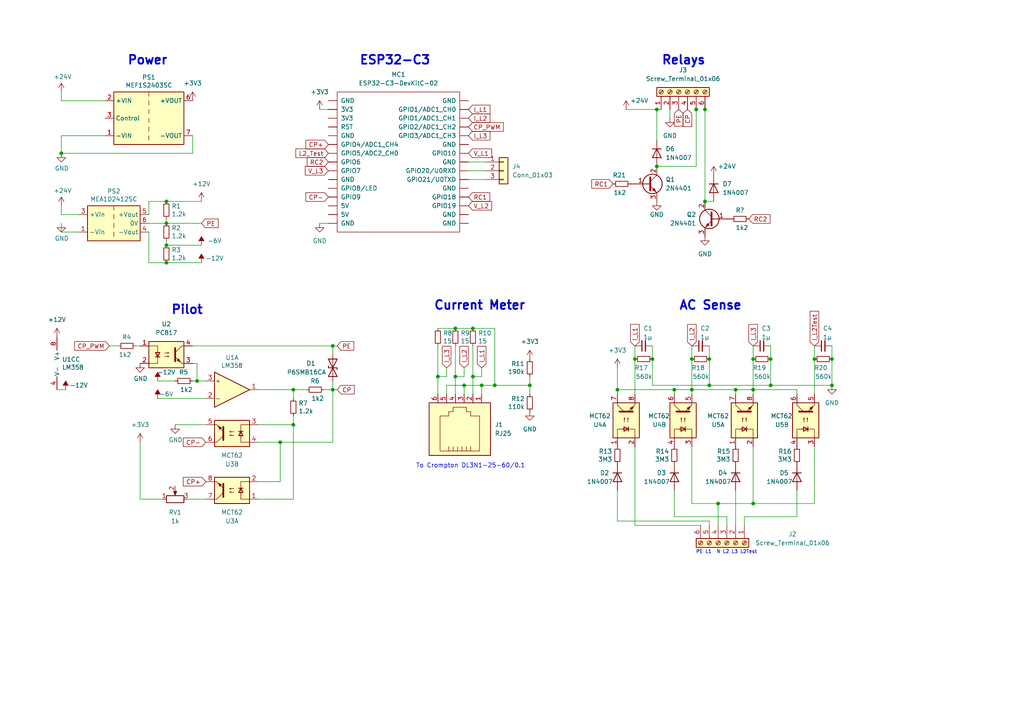
<source format=kicad_sch>
(kicad_sch (version 20211123) (generator eeschema)
  (paper "A4")
  (lib_symbols
    (symbol "Amplifier_Operational:LM358" (pin_names (offset 0.127))
      (property "Reference" "U" (at 0 5.08 0))
      (property "Value" "LM358" (at 0 -5.08 0))
      (symbol "LM358_1_1"
        (polyline (pts (xy -5.08 5.08) (xy 5.08 0) (xy -5.08 -5.08) (xy -5.08 5.08)) (stroke (width 0.254)) (fill (type background)))
        (pin output line (at 7.62 0 180) (length 2.54) (name "~") (number "1"))
        (pin input line (at -7.62 -2.54 0) (length 2.54) (name "-") (number "2"))
        (pin input line (at -7.62 2.54 0) (length 2.54) (name "+") (number "3"))
      )
      (symbol "LM358_2_1"
        (polyline (pts (xy -5.08 5.08) (xy 5.08 0) (xy -5.08 -5.08) (xy -5.08 5.08)) (stroke (width 0.254)) (fill (type background)))
        (pin input line (at -7.62 2.54 0) (length 2.54) (name "+") (number "5"))
        (pin input line (at -7.62 -2.54 0) (length 2.54) (name "-") (number "6"))
        (pin output line (at 7.62 0 180) (length 2.54) (name "~") (number "7"))
      )
      (symbol "LM358_3_1"
        (pin power_in line (at -2.54 -7.62 90) (length 3.81) (name "V-") (number "4"))
        (pin power_in line (at -2.54 7.62 270) (length 3.81) (name "V+") (number "8"))
      )
    )
    (symbol "Connector:RJ25" (pin_names (offset 1.016))
      (property "Reference" "J" (at -5.08 11.43 0))
      (property "Value" "RJ25" (at 2.54 11.43 0))
      (symbol "RJ25_0_1"
        (polyline (pts (xy -6.35 -1.905) (xy -5.08 -1.905) (xy -5.08 -1.905)))
        (polyline (pts (xy -6.35 -0.635) (xy -5.08 -0.635) (xy -5.08 -0.635)))
        (polyline (pts (xy -6.35 0.635) (xy -5.08 0.635) (xy -5.08 0.635)))
        (polyline (pts (xy -6.35 1.905) (xy -5.08 1.905) (xy -5.08 1.905)))
        (polyline (pts (xy -6.35 3.175) (xy -5.08 3.175) (xy -5.08 3.175)))
        (polyline (pts (xy -5.08 4.445) (xy -6.35 4.445) (xy -6.35 4.445)))
        (polyline (pts (xy -6.35 -4.445) (xy -6.35 6.985) (xy 3.81 6.985) (xy 3.81 4.445) (xy 5.08 4.445) (xy 5.08 3.175) (xy 6.35 3.175) (xy 6.35 -0.635) (xy 5.08 -0.635) (xy 5.08 -1.905) (xy 3.81 -1.905) (xy 3.81 -4.445) (xy -6.35 -4.445) (xy -6.35 -4.445)))
        (rectangle (start 7.62 10.16) (end -7.62 -7.62) (stroke (width 0.254)) (fill (type background)))
      )
      (symbol "RJ25_1_1"
        (pin passive line (at 10.16 -5.08 180) (length 2.54) (name "~") (number "1"))
        (pin passive line (at 10.16 -2.54 180) (length 2.54) (name "~") (number "2"))
        (pin passive line (at 10.16 0 180) (length 2.54) (name "~") (number "3"))
        (pin passive line (at 10.16 2.54 180) (length 2.54) (name "~") (number "4"))
        (pin passive line (at 10.16 5.08 180) (length 2.54) (name "~") (number "5"))
        (pin passive line (at 10.16 7.62 180) (length 2.54) (name "~") (number "6"))
      )
    )
    (symbol "Connector:Screw_Terminal_01x06" (pin_names (offset 1.016) hide)
      (property "Reference" "J" (at 0 7.62 0))
      (property "Value" "Screw_Terminal_01x06" (at 0 -10.16 0))
      (symbol "Screw_Terminal_01x06_1_1"
        (rectangle (start -1.27 6.35) (end 1.27 -8.89) (stroke (width 0.254)) (fill (type background)))
        (circle (center 0 -7.62) (radius 0.635) (stroke (width 0.1524)))
        (circle (center 0 -5.08) (radius 0.635) (stroke (width 0.1524)))
        (circle (center 0 -2.54) (radius 0.635) (stroke (width 0.1524)))
        (polyline (pts (xy -0.5334 -7.2898) (xy 0.3302 -8.128)) (stroke (width 0.1524)))
        (polyline (pts (xy -0.5334 -4.7498) (xy 0.3302 -5.588)) (stroke (width 0.1524)))
        (polyline (pts (xy -0.5334 -2.2098) (xy 0.3302 -3.048)) (stroke (width 0.1524)))
        (polyline (pts (xy -0.5334 0.3302) (xy 0.3302 -0.508)) (stroke (width 0.1524)))
        (polyline (pts (xy -0.5334 2.8702) (xy 0.3302 2.032)) (stroke (width 0.1524)))
        (polyline (pts (xy -0.5334 5.4102) (xy 0.3302 4.572)) (stroke (width 0.1524)))
        (polyline (pts (xy -0.3556 -7.112) (xy 0.508 -7.9502)) (stroke (width 0.1524)))
        (polyline (pts (xy -0.3556 -4.572) (xy 0.508 -5.4102)) (stroke (width 0.1524)))
        (polyline (pts (xy -0.3556 -2.032) (xy 0.508 -2.8702)) (stroke (width 0.1524)))
        (polyline (pts (xy -0.3556 0.508) (xy 0.508 -0.3302)) (stroke (width 0.1524)))
        (polyline (pts (xy -0.3556 3.048) (xy 0.508 2.2098)) (stroke (width 0.1524)))
        (polyline (pts (xy -0.3556 5.588) (xy 0.508 4.7498)) (stroke (width 0.1524)))
        (circle (center 0 0) (radius 0.635) (stroke (width 0.1524)))
        (circle (center 0 2.54) (radius 0.635) (stroke (width 0.1524)))
        (circle (center 0 5.08) (radius 0.635) (stroke (width 0.1524)))
        (pin passive line (at -5.08 5.08 0) (length 3.81) (name "Pin_1") (number "1"))
        (pin passive line (at -5.08 2.54 0) (length 3.81) (name "Pin_2") (number "2"))
        (pin passive line (at -5.08 0 0) (length 3.81) (name "Pin_3") (number "3"))
        (pin passive line (at -5.08 -2.54 0) (length 3.81) (name "Pin_4") (number "4"))
        (pin passive line (at -5.08 -5.08 0) (length 3.81) (name "Pin_5") (number "5"))
        (pin passive line (at -5.08 -7.62 0) (length 3.81) (name "Pin_6") (number "6"))
      )
    )
    (symbol "Connector_Generic:Conn_01x03" (pin_names (offset 1.016) hide)
      (property "Reference" "J" (at 0 5.08 0))
      (property "Value" "Conn_01x03" (at 0 -5.08 0))
      (symbol "Conn_01x03_1_1"
        (rectangle (start -1.27 -2.413) (end 0 -2.667) (stroke (width 0.1524)))
        (rectangle (start -1.27 0.127) (end 0 -0.127) (stroke (width 0.1524)))
        (rectangle (start -1.27 2.667) (end 0 2.413) (stroke (width 0.1524)))
        (rectangle (start -1.27 3.81) (end 1.27 -3.81) (stroke (width 0.254)) (fill (type background)))
        (pin passive line (at -5.08 2.54 0) (length 3.81) (name "Pin_1") (number "1"))
        (pin passive line (at -5.08 0 0) (length 3.81) (name "Pin_2") (number "2"))
        (pin passive line (at -5.08 -2.54 0) (length 3.81) (name "Pin_3") (number "3"))
      )
    )
    (symbol "Converter_DCDC:IA2412D"
      (property "Reference" "PS" (at -7.62 6.35 0))
      (property "Value" "IA2412D" (at 1.27 6.35 0))
      (symbol "IA2412D_0_0"
        (pin power_in line (at -10.16 -2.54 0) (length 2.54) (name "-Vin") (number "1"))
        (pin power_in line (at -10.16 2.54 0) (length 2.54) (name "+Vin") (number "3"))
        (pin power_out line (at 10.16 -2.54 180) (length 2.54) (name "-Vout") (number "4"))
        (pin power_out line (at 10.16 2.54 180) (length 2.54) (name "+Vout") (number "5"))
        (pin power_out line (at 10.16 0 180) (length 2.54) (name "0V") (number "6"))
      )
      (symbol "IA2412D_0_1"
        (rectangle (start -7.62 5.08) (end 7.62 -5.08) (stroke (width 0.254)) (fill (type background)))
        (polyline (pts (xy 0 -2.54) (xy 0 -3.81)))
        (polyline (pts (xy 0 0) (xy 0 -1.27)))
        (polyline (pts (xy 0 2.54) (xy 0 1.27)))
        (polyline (pts (xy 0 5.08) (xy 0 3.81)))
      )
      (symbol "IA2412D_1_1"
        (pin no_connect line (at 0 -5.08 90) (length 2.54) hide (name "NC") (number "2"))
      )
    )
    (symbol "Converter_DCDC:NCS1S2403SC"
      (property "Reference" "U" (at -8.89 8.89 0))
      (property "Value" "NCS1S2403SC" (at 8.89 8.89 0))
      (symbol "NCS1S2403SC_0_1"
        (rectangle (start -10.16 7.62) (end 10.16 -7.62) (stroke (width 0.254)) (fill (type background)))
        (polyline (pts (xy 0 -5.08) (xy 0 -6.35)))
        (polyline (pts (xy 0 -2.54) (xy 0 -3.81)))
        (polyline (pts (xy 0 0) (xy 0 -1.27)))
        (polyline (pts (xy 0 2.54) (xy 0 1.27)))
        (polyline (pts (xy 0 5.08) (xy 0 3.81)))
        (polyline (pts (xy 0 7.62) (xy 0 6.35)))
      )
      (symbol "NCS1S2403SC_1_1"
        (pin power_in line (at -12.7 -5.08 0) (length 2.54) (name "-VIN") (number "1"))
        (pin power_in line (at -12.7 5.08 0) (length 2.54) (name "+VIN") (number "2"))
        (pin input line (at -12.7 0 0) (length 2.54) (name "Control") (number "3"))
        (pin power_out line (at 12.7 5.08 180) (length 2.54) (name "+VOUT") (number "6"))
        (pin power_out line (at 12.7 -5.08 180) (length 2.54) (name "-VOUT") (number "7"))
      )
    )
    (symbol "Device:C_Small" (pin_numbers hide) (pin_names (offset 0.254) hide)
      (property "Reference" "C" (at 0.254 1.778 0))
      (property "Value" "C_Small" (at 0.254 -2.032 0))
      (symbol "C_Small_0_1"
        (polyline (pts (xy -1.524 -0.508) (xy 1.524 -0.508)) (stroke (width 0.3302)))
        (polyline (pts (xy -1.524 0.508) (xy 1.524 0.508)) (stroke (width 0.3048)))
      )
      (symbol "C_Small_1_1"
        (pin passive line (at 0 2.54 270) (length 2.032) (name "~") (number "1"))
        (pin passive line (at 0 -2.54 90) (length 2.032) (name "~") (number "2"))
      )
    )
    (symbol "Device:Q_NPN_BCE" (pin_names (offset 0) hide)
      (property "Reference" "Q" (at 5.08 1.27 0))
      (property "Value" "Q_NPN_BCE" (at 5.08 -1.27 0))
      (symbol "Q_NPN_BCE_0_1"
        (polyline (pts (xy 0.635 0.635) (xy 2.54 2.54)))
        (polyline (pts (xy 0.635 -0.635) (xy 2.54 -2.54) (xy 2.54 -2.54)))
        (polyline (pts (xy 0.635 1.905) (xy 0.635 -1.905) (xy 0.635 -1.905)) (stroke (width 0.508)))
        (polyline (pts (xy 1.27 -1.778) (xy 1.778 -1.27) (xy 2.286 -2.286) (xy 1.27 -1.778) (xy 1.27 -1.778)) (fill (type outline)))
        (circle (center 1.27 0) (radius 2.8194) (stroke (width 0.254)))
      )
      (symbol "Q_NPN_BCE_1_1"
        (pin input line (at -5.08 0 0) (length 5.715) (name "B") (number "1"))
        (pin passive line (at 2.54 5.08 270) (length 2.54) (name "C") (number "2"))
        (pin passive line (at 2.54 -5.08 90) (length 2.54) (name "E") (number "3"))
      )
    )
    (symbol "Device:R_Potentiometer" (pin_names (offset 1.016) hide)
      (property "Reference" "RV" (at -4.445 0 90))
      (property "Value" "R_Potentiometer" (at -2.54 0 90))
      (symbol "R_Potentiometer_0_1"
        (polyline (pts (xy 2.54 0) (xy 1.524 0)))
        (polyline (pts (xy 1.143 0) (xy 2.286 0.508) (xy 2.286 -0.508) (xy 1.143 0)) (fill (type outline)))
        (rectangle (start 1.016 2.54) (end -1.016 -2.54) (stroke (width 0.254)))
      )
      (symbol "R_Potentiometer_1_1"
        (pin passive line (at 0 3.81 270) (length 1.27) (name "1") (number "1"))
        (pin passive line (at 3.81 0 180) (length 1.27) (name "2") (number "2"))
        (pin passive line (at 0 -3.81 90) (length 1.27) (name "3") (number "3"))
      )
    )
    (symbol "Device:R_Small" (pin_numbers hide) (pin_names (offset 0.254) hide)
      (property "Reference" "R" (at 0.762 0.508 0))
      (property "Value" "R_Small" (at 0.762 -1.016 0))
      (symbol "R_Small_0_1"
        (rectangle (start -0.762 1.778) (end 0.762 -1.778) (stroke (width 0.2032)))
      )
      (symbol "R_Small_1_1"
        (pin passive line (at 0 2.54 270) (length 0.762) (name "~") (number "1"))
        (pin passive line (at 0 -2.54 90) (length 0.762) (name "~") (number "2"))
      )
    )
    (symbol "Diode:1N4007" (pin_numbers hide) (pin_names (offset 1.016) hide)
      (property "Reference" "D" (at 0 2.54 0))
      (property "Value" "1N4007" (at 0 -2.54 0))
      (symbol "1N4007_0_1"
        (polyline (pts (xy -1.27 1.27) (xy -1.27 -1.27)) (stroke (width 0.254)))
        (polyline (pts (xy 1.27 0) (xy -1.27 0)))
        (polyline (pts (xy 1.27 1.27) (xy 1.27 -1.27) (xy -1.27 0) (xy 1.27 1.27)) (stroke (width 0.254)))
      )
      (symbol "1N4007_1_1"
        (pin passive line (at -3.81 0 0) (length 2.54) (name "K") (number "1"))
        (pin passive line (at 3.81 0 180) (length 2.54) (name "A") (number "2"))
      )
    )
    (symbol "Diode:1N62xxCA" (pin_numbers hide) (pin_names (offset 1.016) hide)
      (property "Reference" "D" (at 0 2.54 0))
      (property "Value" "1N62xxCA" (at 0 -2.54 0))
      (symbol "1N62xxCA_0_1"
        (polyline (pts (xy 1.27 0) (xy -1.27 0)))
        (polyline (pts (xy -2.54 -1.27) (xy 0 0) (xy -2.54 1.27) (xy -2.54 -1.27)) (stroke (width 0.254)))
        (polyline (pts (xy 0.508 1.27) (xy 0 1.27) (xy 0 -1.27) (xy -0.508 -1.27)) (stroke (width 0.254)))
        (polyline (pts (xy 2.54 1.27) (xy 2.54 -1.27) (xy 0 0) (xy 2.54 1.27)) (stroke (width 0.254)))
      )
      (symbol "1N62xxCA_1_1"
        (pin passive line (at -3.81 0 0) (length 2.54) (name "A1") (number "1"))
        (pin passive line (at 3.81 0 180) (length 2.54) (name "A2") (number "2"))
      )
    )
    (symbol "Isolator:ILD74" (pin_names (offset 1.016))
      (property "Reference" "U" (at -5.08 5.08 0))
      (property "Value" "ILD74" (at 0 5.08 0))
      (symbol "ILD74_0_1"
        (rectangle (start -5.08 3.81) (end 5.08 -3.81) (stroke (width 0.254)) (fill (type background)))
        (polyline (pts (xy -3.175 -0.635) (xy -1.905 -0.635)) (stroke (width 0.254)))
        (polyline (pts (xy 2.54 0.635) (xy 4.445 2.54)))
        (polyline (pts (xy 4.445 -2.54) (xy 2.54 -0.635)) (fill (type outline)))
        (polyline (pts (xy 4.445 -2.54) (xy 5.08 -2.54)))
        (polyline (pts (xy 4.445 2.54) (xy 5.08 2.54)))
        (polyline (pts (xy -5.08 2.54) (xy -2.54 2.54) (xy -2.54 0.635)))
        (polyline (pts (xy 2.54 1.905) (xy 2.54 -1.905) (xy 2.54 -1.905)) (stroke (width 0.508)))
        (polyline (pts (xy -2.54 -0.635) (xy -3.175 0.635) (xy -1.905 0.635) (xy -2.54 -0.635)) (stroke (width 0.254)))
        (polyline (pts (xy -2.54 -0.635) (xy -2.54 1.27) (xy -2.54 -2.54) (xy -5.08 -2.54)))
        (polyline (pts (xy -0.508 -0.508) (xy 0.762 -0.508) (xy 0.381 -0.635) (xy 0.381 -0.381) (xy 0.762 -0.508)))
        (polyline (pts (xy -0.508 0.508) (xy 0.762 0.508) (xy 0.381 0.381) (xy 0.381 0.635) (xy 0.762 0.508)))
        (polyline (pts (xy 3.048 -1.651) (xy 3.556 -1.143) (xy 4.064 -2.159) (xy 3.048 -1.651) (xy 3.048 -1.651)) (fill (type outline)))
      )
      (symbol "ILD74_1_1"
        (pin passive line (at -7.62 2.54 0) (length 2.54) (name "~") (number "1"))
        (pin passive line (at -7.62 -2.54 0) (length 2.54) (name "~") (number "2"))
        (pin passive line (at 7.62 2.54 180) (length 2.54) (name "~") (number "7"))
        (pin passive line (at 7.62 -2.54 180) (length 2.54) (name "~") (number "8"))
      )
      (symbol "ILD74_2_1"
        (pin passive line (at -7.62 -2.54 0) (length 2.54) (name "~") (number "3"))
        (pin passive line (at -7.62 2.54 0) (length 2.54) (name "~") (number "4"))
        (pin passive line (at 7.62 -2.54 180) (length 2.54) (name "~") (number "5"))
        (pin passive line (at 7.62 2.54 180) (length 2.54) (name "~") (number "6"))
      )
    )
    (symbol "Isolator:PC817" (pin_names (offset 1.016))
      (property "Reference" "U" (at -5.08 5.08 0))
      (property "Value" "PC817" (at 0 5.08 0))
      (symbol "PC817_0_1"
        (rectangle (start -5.08 3.81) (end 5.08 -3.81) (stroke (width 0.254)) (fill (type background)))
        (polyline (pts (xy -3.175 -0.635) (xy -1.905 -0.635)) (stroke (width 0.254)))
        (polyline (pts (xy 2.54 0.635) (xy 4.445 2.54)))
        (polyline (pts (xy 4.445 -2.54) (xy 2.54 -0.635)) (fill (type outline)))
        (polyline (pts (xy 4.445 -2.54) (xy 5.08 -2.54)))
        (polyline (pts (xy 4.445 2.54) (xy 5.08 2.54)))
        (polyline (pts (xy -5.08 2.54) (xy -2.54 2.54) (xy -2.54 -0.635)))
        (polyline (pts (xy -2.54 -0.635) (xy -2.54 -2.54) (xy -5.08 -2.54)))
        (polyline (pts (xy 2.54 1.905) (xy 2.54 -1.905) (xy 2.54 -1.905)) (stroke (width 0.508)))
        (polyline (pts (xy -2.54 -0.635) (xy -3.175 0.635) (xy -1.905 0.635) (xy -2.54 -0.635)) (stroke (width 0.254)))
        (polyline (pts (xy -0.508 -0.508) (xy 0.762 -0.508) (xy 0.381 -0.635) (xy 0.381 -0.381) (xy 0.762 -0.508)))
        (polyline (pts (xy -0.508 0.508) (xy 0.762 0.508) (xy 0.381 0.381) (xy 0.381 0.635) (xy 0.762 0.508)))
        (polyline (pts (xy 3.048 -1.651) (xy 3.556 -1.143) (xy 4.064 -2.159) (xy 3.048 -1.651) (xy 3.048 -1.651)) (fill (type outline)))
      )
      (symbol "PC817_1_1"
        (pin passive line (at -7.62 2.54 0) (length 2.54) (name "~") (number "1"))
        (pin passive line (at -7.62 -2.54 0) (length 2.54) (name "~") (number "2"))
        (pin passive line (at 7.62 -2.54 180) (length 2.54) (name "~") (number "3"))
        (pin passive line (at 7.62 2.54 180) (length 2.54) (name "~") (number "4"))
      )
    )
    (symbol "phievse-lib:ESP32-C3-DevKitC-02" (pin_names (offset 1.016))
      (property "Reference" "MC1" (at 0 45.72 0))
      (property "Value" "ESP32-C3-DevKitC-02" (at 0 43.18 0))
      (symbol "ESP32-C3-DevKitC-02_0_1"
        (rectangle (start -17.78 40.64) (end 17.78 0))
      )
      (symbol "ESP32-C3-DevKitC-02_1_1"
        (pin power_in line (at -20.32 33.02 0) (length 2.54) (name "3V3") (number "~"))
        (pin power_in line (at -20.32 35.56 0) (length 2.54) (name "3V3") (number "~"))
        (pin power_in line (at -20.32 5.08 0) (length 2.54) (name "5V") (number "~"))
        (pin power_in line (at -20.32 7.62 0) (length 2.54) (name "5V") (number "~"))
        (pin power_in line (at -20.32 2.54 0) (length 2.54) (name "GND") (number "~"))
        (pin power_in line (at -20.32 15.24 0) (length 2.54) (name "GND") (number "~"))
        (pin power_in line (at -20.32 27.94 0) (length 2.54) (name "GND") (number "~"))
        (pin power_in line (at -20.32 38.1 0) (length 2.54) (name "GND") (number "~"))
        (pin power_in line (at 20.32 2.54 180) (length 2.54) (name "GND") (number "~"))
        (pin power_in line (at 20.32 5.08 180) (length 2.54) (name "GND") (number "~"))
        (pin power_in line (at 20.32 12.7 180) (length 2.54) (name "GND") (number "~"))
        (pin power_in line (at 20.32 20.32 180) (length 2.54) (name "GND") (number "~"))
        (pin power_in line (at 20.32 25.4 180) (length 2.54) (name "GND") (number "~"))
        (pin power_in line (at 20.32 38.1 180) (length 2.54) (name "GND") (number "~"))
        (pin bidirectional line (at 20.32 35.56 180) (length 2.54) (name "GPIO1/ADC1_CH0") (number "~"))
        (pin bidirectional line (at 20.32 33.02 180) (length 2.54) (name "GPIO1/ADC1_CH1") (number "~"))
        (pin bidirectional line (at 20.32 22.86 180) (length 2.54) (name "GPIO10") (number "~"))
        (pin bidirectional line (at 20.32 10.16 180) (length 2.54) (name "GPIO18") (number "~"))
        (pin bidirectional line (at 20.32 7.62 180) (length 2.54) (name "GPIO19") (number "~"))
        (pin bidirectional line (at 20.32 30.48 180) (length 2.54) (name "GPIO2/ADC1_CH2") (number "~"))
        (pin bidirectional line (at 20.32 17.78 180) (length 2.54) (name "GPIO20/U0RXD") (number "~"))
        (pin bidirectional line (at 20.32 15.24 180) (length 2.54) (name "GPIO21/U0TXD") (number "~"))
        (pin bidirectional line (at 20.32 27.94 180) (length 2.54) (name "GPIO3/ADC1_CH3") (number "~"))
        (pin bidirectional line (at -20.32 25.4 0) (length 2.54) (name "GPIO4/ADC1_CH4") (number "~"))
        (pin bidirectional line (at -20.32 22.86 0) (length 2.54) (name "GPIO5/ADC2_CH0") (number "~"))
        (pin bidirectional line (at -20.32 20.32 0) (length 2.54) (name "GPIO6") (number "~"))
        (pin bidirectional line (at -20.32 17.78 0) (length 2.54) (name "GPIO7") (number "~"))
        (pin bidirectional line (at -20.32 12.7 0) (length 2.54) (name "GPIO8/LED") (number "~"))
        (pin bidirectional line (at -20.32 10.16 0) (length 2.54) (name "GPIO9") (number "~"))
        (pin input line (at -20.32 30.48 0) (length 2.54) (name "RST") (number "~"))
      )
    )
    (symbol "power:+12V" (power) (pin_names (offset 0))
      (property "Value" "+12V" (at 0 3.556 0))
      (symbol "+12V_0_1"
        (polyline (pts (xy -0.762 1.27) (xy 0 2.54)))
        (polyline (pts (xy 0 0) (xy 0 2.54)))
        (polyline (pts (xy 0 2.54) (xy 0.762 1.27)))
      )
      (symbol "+12V_1_1"
        (pin power_in line (at 0 0 90) (length 0) hide (name "+12V") (number "1"))
      )
    )
    (symbol "power:+24V" (power) (pin_names (offset 0))
      (property "Value" "+24V" (at 0 3.556 0))
      (symbol "+24V_0_1"
        (polyline (pts (xy -0.762 1.27) (xy 0 2.54)))
        (polyline (pts (xy 0 0) (xy 0 2.54)))
        (polyline (pts (xy 0 2.54) (xy 0.762 1.27)))
      )
      (symbol "+24V_1_1"
        (pin power_in line (at 0 0 90) (length 0) hide (name "+24V") (number "1"))
      )
    )
    (symbol "power:+3.3V" (power) (pin_names (offset 0))
      (property "Value" "+3.3V" (at 0 3.556 0))
      (symbol "+3.3V_0_1"
        (polyline (pts (xy -0.762 1.27) (xy 0 2.54)))
        (polyline (pts (xy 0 0) (xy 0 2.54)))
        (polyline (pts (xy 0 2.54) (xy 0.762 1.27)))
      )
      (symbol "+3.3V_1_1"
        (pin power_in line (at 0 0 90) (length 0) hide (name "+3V3") (number "1"))
      )
    )
    (symbol "power:-12V" (power) (pin_names (offset 0))
      (property "Value" "-12V" (at 0 3.81 0))
      (symbol "-12V_0_0"
        (pin power_in line (at 0 0 90) (length 0) hide (name "-12V") (number "1"))
      )
      (symbol "-12V_0_1"
        (polyline (pts (xy 0 0) (xy 0 1.27) (xy 0.762 1.27) (xy 0 2.54) (xy -0.762 1.27) (xy 0 1.27)) (fill (type outline)))
      )
    )
    (symbol "power:-6V" (power) (pin_names (offset 0))
      (property "Value" "-6V" (at 0 3.81 0))
      (symbol "-6V_0_0"
        (pin power_in line (at 0 0 90) (length 0) hide (name "-6V") (number "1"))
      )
      (symbol "-6V_0_1"
        (polyline (pts (xy 0 0) (xy 0 1.27) (xy 0.762 1.27) (xy 0 2.54) (xy -0.762 1.27) (xy 0 1.27)) (fill (type outline)))
      )
    )
    (symbol "power:GND" (power) (pin_names (offset 0))
      (property "Value" "GND" (at 0 -3.81 0))
      (symbol "GND_0_1"
        (polyline (pts (xy 0 0) (xy 0 -1.27) (xy 1.27 -1.27) (xy 0 -2.54) (xy -1.27 -1.27) (xy 0 -1.27)))
      )
      (symbol "GND_1_1"
        (pin power_in line (at 0 0 270) (length 0) hide (name "GND") (number "1"))
      )
    )
  )
  (junction (at 218.44 113.03))
  (junction (at 96.52 113.03))
  (junction (at 137.16 109.22))
  (junction (at 134.62 111.76))
  (junction (at 236.22 104.14))
  (junction (at 184.15 104.14))
  (junction (at 81.28 128.27))
  (junction (at 204.47 58.42))
  (junction (at 241.3 111.76))
  (junction (at 223.52 111.76))
  (junction (at 208.28 146.05))
  (junction (at 17.78 44.45))
  (junction (at 48.26 76.2))
  (junction (at 127 109.22))
  (junction (at 85.09 123.19))
  (junction (at 218.44 146.05))
  (junction (at 153.67 111.76))
  (junction (at 189.23 104.14))
  (junction (at 143.51 111.76))
  (junction (at 85.09 113.03))
  (junction (at 96.52 100.33))
  (junction (at 132.08 109.22))
  (junction (at 205.74 111.76))
  (junction (at 213.36 113.03))
  (junction (at 48.26 58.42))
  (junction (at 137.16 95.25))
  (junction (at 48.26 71.12))
  (junction (at 195.58 113.03))
  (junction (at 139.7 111.76))
  (junction (at 200.66 104.14))
  (junction (at 204.47 31.75))
  (junction (at 205.74 104.14))
  (junction (at 132.08 95.25))
  (junction (at 48.26 64.77))
  (junction (at 241.3 104.14))
  (junction (at 190.5 31.75))
  (junction (at 200.66 113.03))
  (junction (at 190.5 48.26))
  (junction (at 201.93 31.75))
  (junction (at 223.52 104.14))
  (junction (at 57.15 110.49))
  (junction (at 179.07 113.03))
  (junction (at 218.44 104.14))
  (wire (pts (xy 213.36 113.03) (xy 213.36 114.3)))
  (wire (pts (xy 92.71 31.75) (xy 95.25 31.75)))
  (wire (pts (xy 205.74 100.33) (xy 205.74 104.14)))
  (wire (pts (xy 218.44 146.05) (xy 236.22 146.05)))
  (wire (pts (xy 55.88 100.33) (xy 96.52 100.33)))
  (wire (pts (xy 85.09 113.03) (xy 85.09 115.57)))
  (wire (pts (xy 129.54 114.3) (xy 129.54 111.76)))
  (wire (pts (xy 236.22 100.33) (xy 236.22 104.14)))
  (wire (pts (xy 40.64 144.78) (xy 46.99 144.78)))
  (wire (pts (xy 132.08 109.22) (xy 132.08 114.3)))
  (wire (pts (xy 179.07 113.03) (xy 195.58 113.03)))
  (wire (pts (xy 200.66 113.03) (xy 200.66 114.3)))
  (wire (pts (xy 184.15 104.14) (xy 184.15 114.3)))
  (wire (pts (xy 215.9 152.4) (xy 215.9 149.86)))
  (wire (pts (xy 17.78 62.23) (xy 17.78 59.69)))
  (wire (pts (xy 195.58 113.03) (xy 195.58 114.3)))
  (wire (pts (xy 218.44 113.03) (xy 218.44 114.3)))
  (wire (pts (xy 184.15 100.33) (xy 184.15 104.14)))
  (wire (pts (xy 17.78 67.31) (xy 17.78 64.77)))
  (wire (pts (xy 31.75 100.33) (xy 34.29 100.33)))
  (wire (pts (xy 45.72 115.57) (xy 59.69 115.57)))
  (wire (pts (xy 184.15 152.4) (xy 184.15 129.54)))
  (wire (pts (xy 96.52 128.27) (xy 96.52 113.03)))
  (wire (pts (xy 57.15 105.41) (xy 57.15 110.49)))
  (wire (pts (xy 139.7 109.22) (xy 137.16 109.22)))
  (wire (pts (xy 96.52 100.33) (xy 96.52 102.87)))
  (wire (pts (xy 17.78 67.31) (xy 22.86 67.31)))
  (wire (pts (xy 137.16 95.25) (xy 143.51 95.25)))
  (wire (pts (xy 55.88 39.37) (xy 55.88 44.45)))
  (wire (pts (xy 208.28 152.4) (xy 208.28 146.05)))
  (wire (pts (xy 43.18 64.77) (xy 48.26 64.77)))
  (wire (pts (xy 195.58 142.24) (xy 195.58 149.86)))
  (wire (pts (xy 189.23 111.76) (xy 189.23 104.14)))
  (wire (pts (xy 55.88 110.49) (xy 57.15 110.49)))
  (wire (pts (xy 195.58 149.86) (xy 210.82 149.86)))
  (wire (pts (xy 17.78 62.23) (xy 22.86 62.23)))
  (wire (pts (xy 96.52 113.03) (xy 97.79 113.03)))
  (wire (pts (xy 135.89 49.53) (xy 140.97 49.53)))
  (wire (pts (xy 143.51 111.76) (xy 153.67 111.76)))
  (wire (pts (xy 81.28 139.7) (xy 81.28 128.27)))
  (wire (pts (xy 135.89 52.07) (xy 140.97 52.07)))
  (wire (pts (xy 204.47 58.42) (xy 207.01 58.42)))
  (wire (pts (xy 139.7 111.76) (xy 139.7 114.3)))
  (wire (pts (xy 208.28 146.05) (xy 218.44 146.05)))
  (wire (pts (xy 57.15 110.49) (xy 59.69 110.49)))
  (wire (pts (xy 88.9 113.03) (xy 85.09 113.03)))
  (wire (pts (xy 134.62 111.76) (xy 134.62 114.3)))
  (wire (pts (xy 134.62 106.68) (xy 134.62 109.22)))
  (wire (pts (xy 153.67 114.3) (xy 153.67 111.76)))
  (wire (pts (xy 208.28 146.05) (xy 200.66 146.05)))
  (wire (pts (xy 203.2 152.4) (xy 184.15 152.4)))
  (wire (pts (xy 43.18 58.42) (xy 48.26 58.42)))
  (wire (pts (xy 43.18 58.42) (xy 43.18 62.23)))
  (wire (pts (xy 48.26 58.42) (xy 58.42 58.42)))
  (wire (pts (xy 179.07 142.24) (xy 179.07 151.13)))
  (wire (pts (xy 55.88 44.45) (xy 17.78 44.45)))
  (wire (pts (xy 204.47 31.75) (xy 204.47 58.42)))
  (wire (pts (xy 179.07 106.68) (xy 179.07 113.03)))
  (wire (pts (xy 17.78 29.21) (xy 17.78 26.67)))
  (wire (pts (xy 179.07 151.13) (xy 205.74 151.13)))
  (wire (pts (xy 241.3 100.33) (xy 241.3 104.14)))
  (wire (pts (xy 201.93 29.21) (xy 201.93 31.75)))
  (wire (pts (xy 223.52 111.76) (xy 205.74 111.76)))
  (wire (pts (xy 129.54 109.22) (xy 127 109.22)))
  (wire (pts (xy 48.26 63.5) (xy 48.26 64.77)))
  (wire (pts (xy 48.26 64.77) (xy 58.42 64.77)))
  (wire (pts (xy 132.08 100.33) (xy 132.08 109.22)))
  (wire (pts (xy 74.93 128.27) (xy 81.28 128.27)))
  (wire (pts (xy 48.26 76.2) (xy 58.42 76.2)))
  (wire (pts (xy 204.47 29.21) (xy 204.47 31.75)))
  (wire (pts (xy 205.74 151.13) (xy 205.74 152.4)))
  (wire (pts (xy 134.62 111.76) (xy 139.7 111.76)))
  (wire (pts (xy 200.66 146.05) (xy 200.66 129.54)))
  (wire (pts (xy 218.44 113.03) (xy 231.14 113.03)))
  (wire (pts (xy 85.09 123.19) (xy 74.93 123.19)))
  (wire (pts (xy 200.66 100.33) (xy 200.66 104.14)))
  (wire (pts (xy 215.9 149.86) (xy 231.14 149.86)))
  (wire (pts (xy 137.16 109.22) (xy 137.16 114.3)))
  (wire (pts (xy 205.74 104.14) (xy 205.74 111.76)))
  (wire (pts (xy 223.52 104.14) (xy 223.52 111.76)))
  (wire (pts (xy 189.23 100.33) (xy 189.23 104.14)))
  (wire (pts (xy 205.74 111.76) (xy 189.23 111.76)))
  (wire (pts (xy 241.3 104.14) (xy 241.3 111.76)))
  (wire (pts (xy 16.51 113.03) (xy 19.05 113.03)))
  (wire (pts (xy 93.98 113.03) (xy 96.52 113.03)))
  (wire (pts (xy 96.52 100.33) (xy 97.79 100.33)))
  (wire (pts (xy 129.54 111.76) (xy 134.62 111.76)))
  (wire (pts (xy 218.44 100.33) (xy 218.44 104.14)))
  (wire (pts (xy 241.3 111.76) (xy 223.52 111.76)))
  (wire (pts (xy 153.67 109.22) (xy 153.67 111.76)))
  (wire (pts (xy 132.08 95.25) (xy 137.16 95.25)))
  (wire (pts (xy 200.66 104.14) (xy 200.66 113.03)))
  (wire (pts (xy 85.09 123.19) (xy 85.09 144.78)))
  (wire (pts (xy 143.51 95.25) (xy 143.51 111.76)))
  (wire (pts (xy 54.61 144.78) (xy 59.69 144.78)))
  (wire (pts (xy 231.14 113.03) (xy 231.14 114.3)))
  (wire (pts (xy 223.52 100.33) (xy 223.52 104.14)))
  (wire (pts (xy 55.88 105.41) (xy 57.15 105.41)))
  (wire (pts (xy 139.7 111.76) (xy 143.51 111.76)))
  (wire (pts (xy 48.26 71.12) (xy 58.42 71.12)))
  (wire (pts (xy 179.07 113.03) (xy 179.07 114.3)))
  (wire (pts (xy 81.28 128.27) (xy 96.52 128.27)))
  (wire (pts (xy 191.77 31.75) (xy 190.5 31.75)))
  (wire (pts (xy 190.5 31.75) (xy 181.61 31.75)))
  (wire (pts (xy 48.26 69.85) (xy 48.26 71.12)))
  (wire (pts (xy 74.93 139.7) (xy 81.28 139.7)))
  (wire (pts (xy 40.64 128.27) (xy 40.64 144.78)))
  (wire (pts (xy 213.36 142.24) (xy 213.36 152.4)))
  (wire (pts (xy 74.93 113.03) (xy 85.09 113.03)))
  (wire (pts (xy 17.78 39.37) (xy 17.78 44.45)))
  (wire (pts (xy 236.22 146.05) (xy 236.22 129.54)))
  (wire (pts (xy 218.44 129.54) (xy 218.44 146.05)))
  (wire (pts (xy 137.16 100.33) (xy 137.16 109.22)))
  (wire (pts (xy 194.31 34.29) (xy 194.31 31.75)))
  (wire (pts (xy 200.66 113.03) (xy 213.36 113.03)))
  (wire (pts (xy 50.8 123.19) (xy 59.69 123.19)))
  (wire (pts (xy 85.09 120.65) (xy 85.09 123.19)))
  (wire (pts (xy 135.89 46.99) (xy 140.97 46.99)))
  (wire (pts (xy 43.18 67.31) (xy 43.18 76.2)))
  (wire (pts (xy 190.5 31.75) (xy 190.5 40.64)))
  (wire (pts (xy 236.22 104.14) (xy 236.22 114.3)))
  (wire (pts (xy 127 95.25) (xy 132.08 95.25)))
  (wire (pts (xy 30.48 39.37) (xy 17.78 39.37)))
  (wire (pts (xy 85.09 144.78) (xy 74.93 144.78)))
  (wire (pts (xy 231.14 149.86) (xy 231.14 142.24)))
  (wire (pts (xy 96.52 110.49) (xy 96.52 113.03)))
  (wire (pts (xy 210.82 149.86) (xy 210.82 152.4)))
  (wire (pts (xy 92.71 64.77) (xy 95.25 64.77)))
  (wire (pts (xy 218.44 104.14) (xy 218.44 113.03)))
  (wire (pts (xy 201.93 48.26) (xy 201.93 31.75)))
  (wire (pts (xy 134.62 109.22) (xy 132.08 109.22)))
  (wire (pts (xy 195.58 113.03) (xy 200.66 113.03)))
  (wire (pts (xy 48.26 76.2) (xy 43.18 76.2)))
  (wire (pts (xy 39.37 100.33) (xy 40.64 100.33)))
  (wire (pts (xy 190.5 48.26) (xy 201.93 48.26)))
  (wire (pts (xy 45.72 110.49) (xy 50.8 110.49)))
  (wire (pts (xy 127 100.33) (xy 127 109.22)))
  (wire (pts (xy 139.7 106.68) (xy 139.7 109.22)))
  (wire (pts (xy 129.54 106.68) (xy 129.54 109.22)))
  (wire (pts (xy 17.78 29.21) (xy 30.48 29.21)))
  (wire (pts (xy 213.36 113.03) (xy 218.44 113.03)))
  (wire (pts (xy 127 109.22) (xy 127 114.3)))
  (text "To Crompton DL3N1-25-60/0.1" (at 120.65 135.89 0) (effects (font (size 1.27 1.27)) (justify left bottom)))
  (text "Relays" (at 191.77 19.05 0) (effects (font (size 2.54 2.54) (thickness 0.508) bold) (justify left bottom)))
  (text "Power" (at 36.83 19.05 0) (effects (font (size 2.54 2.54) (thickness 0.508) bold) (justify left bottom)))
  (text "AC Sense" (at 196.85 90.17 0) (effects (font (size 2.54 2.54) (thickness 0.508) bold) (justify left bottom)))
  (text "Pilot" (at 49.53 91.44 0) (effects (font (size 2.54 2.54) (thickness 0.508) bold) (justify left bottom)))
  (text "PE L1  N L2 L3 L2Test" (at 201.8285 160.7379 0) (effects (font (size 1 1)) (justify left bottom)))
  (text "Current Meter" (at 125.73 90.17 0) (effects (font (size 2.54 2.54) (thickness 0.508) bold) (justify left bottom)))
  (text "ESP32-C3" (at 104.14 19.05 0) (effects (font (size 2.54 2.54) (thickness 0.508) bold) (justify left bottom)))
  (global_label "PE" (shape input) (at 58.42 64.77 0) (property "Referencias entre hojas" "${INTERSHEET_REFS}" (effects hide)))
  (global_label "CP+" (shape input) (at 95.25 41.91 180) (property "Referencias entre hojas" "${INTERSHEET_REFS}" (effects hide)))
  (global_label "V_L1" (shape input) (at 135.89 44.45 0) (property "Referencias entre hojas" "${INTERSHEET_REFS}" (effects hide)))
  (global_label "PE" (shape input) (at 97.79 100.33 0) (property "Referencias entre hojas" "${INTERSHEET_REFS}" (effects hide)))
  (global_label "RC2" (shape input) (at 95.25 46.99 180) (property "Referencias entre hojas" "${INTERSHEET_REFS}" (effects hide)))
  (global_label "I_L2" (shape input) (at 200.66 100.33 90) (property "Referencias entre hojas" "${INTERSHEET_REFS}" (effects hide)))
  (global_label "CP-" (shape input) (at 59.69 128.27 180) (property "Referencias entre hojas" "${INTERSHEET_REFS}" (effects hide)))
  (global_label "I_L3" (shape input) (at 218.44 100.33 90) (property "Referencias entre hojas" "${INTERSHEET_REFS}" (effects hide)))
  (global_label "V_L3" (shape input) (at 95.25 49.53 180) (property "Referencias entre hojas" "${INTERSHEET_REFS}" (effects hide)))
  (global_label "I_L2Test" (shape input) (at 236.22 100.33 90) (property "Referencias entre hojas" "${INTERSHEET_REFS}" (effects hide)))
  (global_label "CP_PWM" (shape input) (at 135.89 36.83 0) (property "Referencias entre hojas" "${INTERSHEET_REFS}" (effects hide)))
  (global_label "CP_PWM" (shape input) (at 31.75 100.33 180) (property "Referencias entre hojas" "${INTERSHEET_REFS}" (effects hide)))
  (global_label "CP-" (shape input) (at 95.25 57.15 180) (property "Referencias entre hojas" "${INTERSHEET_REFS}" (effects hide)))
  (global_label "RC1" (shape input) (at 177.8 53.34 180) (property "Referencias entre hojas" "${INTERSHEET_REFS}" (effects hide)))
  (global_label "CP+" (shape input) (at 59.69 139.7 180) (property "Referencias entre hojas" "${INTERSHEET_REFS}" (effects hide)))
  (global_label "I_L3" (shape input) (at 129.54 106.68 90) (property "Referencias entre hojas" "${INTERSHEET_REFS}" (effects hide)))
  (global_label "RC2" (shape input) (at 217.17 63.5 0) (property "Referencias entre hojas" "${INTERSHEET_REFS}" (effects hide)))
  (global_label "I_L1" (shape input) (at 139.7 106.68 90) (property "Referencias entre hojas" "${INTERSHEET_REFS}" (effects hide)))
  (global_label "CP" (shape input) (at 199.39 31.75 270) (property "Referencias entre hojas" "${INTERSHEET_REFS}" (effects hide)))
  (global_label "RC1" (shape input) (at 135.89 57.15 0) (property "Referencias entre hojas" "${INTERSHEET_REFS}" (effects hide)))
  (global_label "PE" (shape input) (at 196.85 31.75 270) (property "Referencias entre hojas" "${INTERSHEET_REFS}" (effects hide)))
  (global_label "V_L2" (shape input) (at 135.89 59.69 0) (property "Referencias entre hojas" "${INTERSHEET_REFS}" (effects hide)))
  (global_label "I_L2" (shape input) (at 134.62 106.68 90) (property "Referencias entre hojas" "${INTERSHEET_REFS}" (effects hide)))
  (global_label "L2_Test" (shape input) (at 95.25 44.45 180) (property "Referencias entre hojas" "${INTERSHEET_REFS}" (effects hide)))
  (global_label "I_L1" (shape input) (at 184.15 100.33 90) (property "Referencias entre hojas" "${INTERSHEET_REFS}" (effects hide)))
  (global_label "CP" (shape input) (at 97.79 113.03 0) (property "Referencias entre hojas" "${INTERSHEET_REFS}" (effects hide)))
  (global_label "I_L1" (shape input) (at 135.89 31.75 0) (property "Referencias entre hojas" "${INTERSHEET_REFS}" (effects hide)))
  (global_label "I_L2" (shape input) (at 135.89 34.29 0) (property "Referencias entre hojas" "${INTERSHEET_REFS}" (effects hide)))
  (global_label "I_L3" (shape input) (at 135.89 39.37 0) (property "Referencias entre hojas" "${INTERSHEET_REFS}" (effects hide)))
  (symbol (lib_id "power:+24V") (at 17.78 26.67 0) (unit 1)
    (property "Reference" "#PWR?" (effects hide))
    (property "Value" "+24V" (at 18.161 22.2758 0))
  )
  (symbol (lib_id "Converter_DCDC:NCS1S2403SC") (at 43.18 34.29 0) (unit 1)
    (property "Reference" "PS1" (at 43.18 22.4282 0))
    (property "Value" "MEF1S2403SC" (at 43.18 24.7396 0))
  )
  (symbol (lib_id "power:GND") (at 17.78 44.45 0) (unit 1)
    (property "Reference" "#PWR?" (effects hide))
    (property "Value" "GND" (at 17.907 48.8442 0))
  )
  (symbol (lib_id "Converter_DCDC:IA2412D") (at 33.02 64.77 0) (unit 1)
    (property "Reference" "PS2" (at 33.02 55.4482 0))
    (property "Value" "MEA1D2412SC" (at 33.02 57.7596 0))
  )
  (symbol (lib_id "power:+24V") (at 17.78 59.69 0) (unit 1)
    (property "Reference" "#PWR?" (effects hide))
    (property "Value" "+24V" (at 18.161 55.2958 0))
  )
  (symbol (lib_id "power:GND") (at 17.78 64.77 0) (unit 1)
    (property "Reference" "#PWR?" (effects hide))
    (property "Value" "GND" (at 17.907 69.1642 0))
  )
  (symbol (lib_id "Amplifier_Operational:LM358") (at 67.31 113.03 0) (unit 1)
    (property "Reference" "U1" (at 67.31 103.7082 0))
    (property "Value" "LM358" (at 67.31 106.0196 0))
    (property "Datasheet" "http://www.ti.com/lit/ds/symlink/lm2904-n.pdf" (effects hide))
  )
  (symbol (lib_id "Amplifier_Operational:LM358") (at 19.05 105.41 0) (unit 3)
    (property "Reference" "U1C" (at 17.9832 104.2416 0) (effects (justify left)))
    (property "Value" "LM358" (at 17.9832 106.553 0) (effects (justify left)))
    (property "Datasheet" "http://www.ti.com/lit/ds/symlink/lm2904-n.pdf" (effects hide))
  )
  (symbol (lib_id "Device:R_Small") (at 48.26 60.96 0) (unit 1)
    (property "Reference" "R1" (at 49.7586 59.7916 0) (effects (justify left)))
    (property "Value" "1.2k" (at 49.7586 62.103 0) (effects (justify left)))
  )
  (symbol (lib_id "Device:R_Small") (at 48.26 67.31 0) (unit 1)
    (property "Reference" "R2" (at 49.7586 66.1416 0) (effects (justify left)))
    (property "Value" "1.2k" (at 49.7586 68.453 0) (effects (justify left)))
  )
  (symbol (lib_id "Device:R_Small") (at 132.08 97.79 0) (unit 1)
    (property "Reference" "R9" (at 133.5786 96.6216 0) (effects (justify left)))
    (property "Value" "15" (at 133.5786 98.933 0) (effects (justify left)))
  )
  (symbol (lib_id "Diode:1N4007") (at 231.14 138.43 270) (unit 1)
    (property "Reference" "D5" (at 226.06 137.16 90) (effects (justify left)))
    (property "Value" "1N4007" (at 222.25 139.7 90) (effects (justify left)))
    (property "Footprint" "Diode_THT:D_DO-41_SOD81_P10.16mm_Horizontal" (effects hide))
    (property "Datasheet" "http://www.vishay.com/docs/88503/1n4001.pdf" (effects hide))
  )
  (symbol (lib_id "Device:R_Small") (at 238.76 104.14 90) (mirror x) (unit 1)
    (property "Reference" "R20" (at 240.03 106.68 90) (effects (justify left)))
    (property "Value" "560k" (at 241.3 109.22 90) (effects (justify left)))
  )
  (symbol (lib_id "Device:R_Small") (at 53.34 110.49 90) (unit 1)
    (property "Reference" "R5" (at 54.61 107.95 90) (effects (justify left)))
    (property "Value" "1k2" (at 55.88 113.03 90) (effects (justify left)))
  )
  (symbol (lib_id "Device:R_Small") (at 127 97.79 0) (unit 1)
    (property "Reference" "R8" (at 128.4986 96.6216 0) (effects (justify left)))
    (property "Value" "15" (at 128.4986 98.933 0) (effects (justify left)))
  )
  (symbol (lib_id "Device:R_Small") (at 85.09 118.11 0) (unit 1)
    (property "Reference" "R7" (at 86.5886 116.9416 0) (effects (justify left)))
    (property "Value" "1.2k" (at 86.5886 119.253 0) (effects (justify left)))
  )
  (symbol (lib_id "power:-6V") (at 45.72 115.57 0) (unit 1)
    (property "Reference" "#PWR?" (effects hide))
    (property "Value" "-6V" (at 48.26 114.3 0))
  )
  (symbol (lib_id "Device:R_Small") (at 153.67 116.84 0) (mirror y) (unit 1)
    (property "Reference" "R12" (at 152.1714 115.6716 0) (effects (justify left)))
    (property "Value" "110k" (at 152.1714 117.983 0) (effects (justify left)))
  )
  (symbol (lib_id "power:GND") (at 194.31 34.29 0) (unit 1)
    (property "Reference" "#PWR?" (effects hide))
    (property "Value" "GND" (at 194.31 39.37 0))
  )
  (symbol (lib_id "Isolator:ILD74") (at 67.31 125.73 180) (unit 2)
    (property "Reference" "U3" (at 67.31 134.62 0))
    (property "Value" "MCT62" (at 67.31 132.08 0))
    (property "Datasheet" "https://www.vishay.com/docs/83640/ild74.pdf" (effects hide))
  )
  (symbol (lib_id "power:+24V") (at 181.61 31.75 0) (unit 1)
    (property "Reference" "#PWR?" (effects hide))
    (property "Value" "+24V" (at 185.42 29.21 0))
  )
  (symbol (lib_id "Device:R_Small") (at 203.2 104.14 90) (mirror x) (unit 1)
    (property "Reference" "R18" (at 204.47 106.68 90) (effects (justify left)))
    (property "Value" "560k" (at 205.74 109.22 90) (effects (justify left)))
  )
  (symbol (lib_id "Diode:1N4007") (at 213.36 138.43 270) (unit 1)
    (property "Reference" "D4" (at 208.28 137.16 90) (effects (justify left)))
    (property "Value" "1N4007" (at 204.47 139.7 90) (effects (justify left)))
    (property "Footprint" "Diode_THT:D_DO-41_SOD81_P10.16mm_Horizontal" (effects hide))
    (property "Datasheet" "http://www.vishay.com/docs/88503/1n4001.pdf" (effects hide))
  )
  (symbol (lib_id "Device:Q_NPN_BCE") (at 187.96 53.34 0) (unit 1)
    (property "Reference" "Q1" (at 193.04 52.0699 0) (effects (justify left)))
    (property "Value" "2N4401" (at 193.04 54.6099 0) (effects (justify left)))
  )
  (symbol (lib_id "Device:R_Small") (at 36.83 100.33 90) (unit 1)
    (property "Reference" "R4" (at 38.1 97.79 90) (effects (justify left)))
    (property "Value" "1k2" (at 38.1 102.87 90) (effects (justify left)))
  )
  (symbol (lib_id "Isolator:ILD74") (at 67.31 142.24 180) (unit 1)
    (property "Reference" "U3" (at 67.31 151.13 0))
    (property "Value" "MCT62" (at 67.31 148.59 0))
    (property "Datasheet" "https://www.vishay.com/docs/83640/ild74.pdf" (effects hide))
  )
  (symbol (lib_id "power:+3.3V") (at 153.67 104.14 0) (mirror y) (unit 1)
    (property "Reference" "#PWR?" (effects hide))
    (property "Value" "+3.3V" (at 153.67 99.06 0))
  )
  (symbol (lib_id "power:GND") (at 241.3 111.76 0) (unit 1)
    (property "Reference" "#PWR?" (effects hide))
    (property "Value" "GND" (at 241.3 116.84 0))
  )
  (symbol (lib_id "power:-12V") (at 58.42 76.2 0) (unit 1)
    (property "Reference" "#PWR?" (effects hide))
    (property "Value" "-12V" (at 62.23 74.93 0))
  )
  (symbol (lib_id "Device:R_Small") (at 180.34 53.34 90) (unit 1)
    (property "Reference" "R21" (at 181.61 50.8 90) (effects (justify left)))
    (property "Value" "1k2" (at 181.61 55.88 90) (effects (justify left)))
  )
  (symbol (lib_id "power:-12V") (at 45.72 110.49 0) (unit 1)
    (property "Reference" "#PWR?" (effects hide))
    (property "Value" "-12V" (at 48.26 107.95 0))
  )
  (symbol (lib_id "Isolator:ILD74") (at 215.9 121.92 90) (unit 1)
    (property "Reference" "U5" (at 208.28 123.19 90))
    (property "Value" "MCT62" (at 208.28 120.65 90))
    (property "Datasheet" "https://www.vishay.com/docs/83640/ild74.pdf" (effects hide))
  )
  (symbol (lib_id "Device:R_Small") (at 186.69 104.14 90) (mirror x) (unit 1)
    (property "Reference" "R17" (at 187.96 106.68 90) (effects (justify left)))
    (property "Value" "560k" (at 189.23 109.22 90) (effects (justify left)))
  )
  (symbol (lib_id "power:GND") (at 40.64 105.41 0) (unit 1)
    (property "Reference" "#PWR?" (effects hide))
    (property "Value" "GND" (at 40.767 109.8042 0))
  )
  (symbol (lib_id "Device:Q_NPN_BCE") (at 207.01 63.5 0) (mirror y) (unit 1)
    (property "Reference" "Q2" (at 201.93 62.2299 0) (effects (justify left)))
    (property "Value" "2N4401" (at 201.93 64.7699 0) (effects (justify left)))
  )
  (symbol (lib_id "Device:R_Small") (at 48.26 73.66 0) (unit 1)
    (property "Reference" "R3" (at 49.7586 72.4916 0) (effects (justify left)))
    (property "Value" "1.2k" (at 49.7586 74.803 0) (effects (justify left)))
  )
  (symbol (lib_id "Device:R_Small") (at 214.63 63.5 270) (mirror x) (unit 1)
    (property "Reference" "R?" (at 213.36 60.96 90) (effects (justify left)))
    (property "Value" "1k2" (at 213.36 66.04 90) (effects (justify left)))
  )
  (symbol (lib_id "power:+12V") (at 58.42 58.42 0) (unit 1)
    (property "Reference" "#PWR?" (effects hide))
    (property "Value" "+12V" (at 58.42 53.34 0))
  )
  (symbol (lib_id "power:+24V") (at 207.01 50.8 0) (unit 1)
    (property "Reference" "#PWR?" (effects hide))
    (property "Value" "+24V" (at 210.82 48.26 0))
  )
  (symbol (lib_id "power:GND") (at 92.71 64.77 0) (unit 1)
    (property "Reference" "#PWR?" (effects hide))
    (property "Value" "GND" (at 92.71 69.85 0))
  )
  (symbol (lib_id "power:GND") (at 50.8 123.19 0) (unit 1)
    (property "Reference" "#PWR?" (effects hide))
    (property "Value" "GND" (at 50.927 127.5842 0))
  )
  (symbol (lib_id "Device:R_Small") (at 220.98 104.14 90) (mirror x) (unit 1)
    (property "Reference" "R19" (at 222.25 106.68 90) (effects (justify left)))
    (property "Value" "560k" (at 223.52 109.22 90) (effects (justify left)))
  )
  (symbol (lib_id "power:GND") (at 153.67 119.38 0) (mirror y) (unit 1)
    (property "Reference" "#PWR?" (effects hide))
    (property "Value" "GND" (at 153.67 124.46 0))
  )
  (symbol (lib_id "power:-6V") (at 58.42 71.12 0) (unit 1)
    (property "Reference" "#PWR?" (effects hide))
    (property "Value" "-6V" (at 62.23 69.85 0))
  )
  (symbol (lib_id "Device:C_Small") (at 186.69 100.33 90) (unit 1)
    (property "Reference" "C1" (at 187.96 95.25 90))
    (property "Value" "1μ" (at 187.96 97.79 90))
  )
  (symbol (lib_id "Device:R_Small") (at 91.44 113.03 90) (unit 1)
    (property "Reference" "R6" (at 92.71 110.49 90) (effects (justify left)))
    (property "Value" "1k2" (at 93.98 115.57 90) (effects (justify left)))
  )
  (symbol (lib_id "Device:C_Small") (at 238.76 100.33 90) (unit 1)
    (property "Reference" "C4" (at 240.03 95.25 90))
    (property "Value" "1μ" (at 240.03 97.79 90))
  )
  (symbol (lib_id "Isolator:ILD74") (at 233.68 121.92 90) (unit 2)
    (property "Reference" "U5" (at 224.79 123.19 90) (effects (justify right)))
    (property "Value" "MCT62" (at 223.52 120.65 90) (effects (justify right)))
    (property "Datasheet" "https://www.vishay.com/docs/83640/ild74.pdf" (effects hide))
  )
  (symbol (lib_id "power:-12V") (at 19.05 113.03 0) (unit 1)
    (property "Reference" "#PWR?" (effects hide))
    (property "Value" "-12V" (at 22.86 111.76 0))
  )
  (symbol (lib_id "Isolator:ILD74") (at 181.61 121.92 90) (unit 1)
    (property "Reference" "U4" (at 173.99 123.19 90))
    (property "Value" "MCT62" (at 173.99 120.65 90))
    (property "Datasheet" "https://www.vishay.com/docs/83640/ild74.pdf" (effects hide))
  )
  (symbol (lib_id "Connector:Screw_Terminal_01x06") (at 196.85 26.67 90) (unit 1)
    (property "Reference" "J3" (at 198.12 20.32 90))
    (property "Value" "Screw_Terminal_01x06" (at 198.12 22.86 90))
  )
  (symbol (lib_id "Diode:1N62xxCA") (at 96.52 106.68 90) (unit 1)
    (property "Reference" "D1" (at 90.17 105.41 90))
    (property "Value" "P6SMB16CA" (at 88.9 107.95 90))
    (property "Footprint" "Diode_THT:D_DO-201AE_P15.24mm_Horizontal" (effects hide))
    (property "Datasheet" "https://www.vishay.com/docs/88301/15ke.pdf" (effects hide))
  )
  (symbol (lib_id "Device:R_Potentiometer") (at 50.8 144.78 90) (unit 1)
    (property "Reference" "RV1" (at 50.8 148.59 90))
    (property "Value" "1k" (at 50.8 151.13 90))
  )
  (symbol (lib_id "Device:R_Small") (at 213.36 132.08 0) (mirror y) (unit 1)
    (property "Reference" "R15" (at 211.8614 130.9116 0) (effects (justify left)))
    (property "Value" "3M3" (at 211.8614 133.223 0) (effects (justify left)))
  )
  (symbol (lib_id "power:+12V") (at 16.51 97.79 0) (unit 1)
    (property "Reference" "#PWR?" (effects hide))
    (property "Value" "+12V" (at 16.51 92.71 0))
  )
  (symbol (lib_id "Device:R_Small") (at 153.67 106.68 0) (mirror y) (unit 1)
    (property "Reference" "R11" (at 152.1714 105.5116 0) (effects (justify left)))
    (property "Value" "190k" (at 152.1714 107.823 0) (effects (justify left)))
  )
  (symbol (lib_id "Isolator:PC817") (at 48.26 102.87 0) (unit 1)
    (property "Reference" "U2" (at 48.26 93.98 0))
    (property "Value" "PC817" (at 48.26 96.52 0))
    (property "Footprint" "Package_DIP:DIP-4_W7.62mm" (effects hide))
    (property "Datasheet" "http://www.soselectronic.cz/a_info/resource/d/pc817.pdf" (effects hide))
  )
  (symbol (lib_id "power:GND") (at 204.47 68.58 0) (mirror y) (unit 1)
    (property "Reference" "#PWR?" (effects hide))
    (property "Value" "GND" (at 204.47 73.66 0))
  )
  (symbol (lib_id "power:+3.3V") (at 55.88 29.21 0) (unit 1)
    (property "Reference" "#PWR?" (effects hide))
    (property "Value" "+3.3V" (at 55.88 24.13 0))
  )
  (symbol (lib_id "Diode:1N4007") (at 207.01 54.61 270) (unit 1)
    (property "Reference" "D7" (at 209.55 53.3399 90) (effects (justify left)))
    (property "Value" "1N4007" (at 209.55 55.8799 90) (effects (justify left)))
    (property "Footprint" "Diode_THT:D_DO-41_SOD81_P10.16mm_Horizontal" (effects hide))
    (property "Datasheet" "http://www.vishay.com/docs/88503/1n4001.pdf" (effects hide))
  )
  (symbol (lib_id "power:+3.3V") (at 40.64 128.27 0) (unit 1)
    (property "Reference" "#PWR?" (effects hide))
    (property "Value" "+3.3V" (at 40.64 123.19 0))
  )
  (symbol (lib_id "Connector:Screw_Terminal_01x06") (at 210.82 157.48 270) (unit 1)
    (property "Reference" "J2" (at 229.87 154.94 90))
    (property "Value" "Screw_Terminal_01x06" (at 229.87 157.48 90))
  )
  (symbol (lib_id "Device:C_Small") (at 203.2 100.33 90) (unit 1)
    (property "Reference" "C2" (at 204.47 95.25 90))
    (property "Value" "1μ" (at 204.47 97.79 90))
  )
  (symbol (lib_id "power:+3.3V") (at 92.71 31.75 0) (unit 1)
    (property "Reference" "#PWR?" (effects hide))
    (property "Value" "+3.3V" (at 92.71 26.67 0))
  )
  (symbol (lib_id "phievse-lib:ESP32-C3-DevKitC-02") (at 115.57 67.31 0) (unit 1)
    (property "Reference" "MC1" (at 115.57 21.59 0))
    (property "Value" "ESP32-C3-DevKitC-02" (at 115.57 24.13 0))
  )
  (symbol (lib_id "Device:R_Small") (at 231.14 132.08 0) (mirror y) (unit 1)
    (property "Reference" "R16" (at 229.6414 130.9116 0) (effects (justify left)))
    (property "Value" "3M3" (at 229.6414 133.223 0) (effects (justify left)))
  )
  (symbol (lib_id "Diode:1N4007") (at 195.58 138.43 270) (unit 1)
    (property "Reference" "D3" (at 190.5 137.16 90) (effects (justify left)))
    (property "Value" "1N4007" (at 186.69 139.7 90) (effects (justify left)))
    (property "Footprint" "Diode_THT:D_DO-41_SOD81_P10.16mm_Horizontal" (effects hide))
    (property "Datasheet" "http://www.vishay.com/docs/88503/1n4001.pdf" (effects hide))
  )
  (symbol (lib_id "Connector_Generic:Conn_01x03") (at 146.05 49.53 0) (unit 1)
    (property "Reference" "J4" (at 148.59 48.2599 0) (effects (justify left)))
    (property "Value" "Conn_01x03" (at 148.59 50.7999 0) (effects (justify left)))
  )
  (symbol (lib_id "Diode:1N4007") (at 179.07 138.43 270) (unit 1)
    (property "Reference" "D2" (at 173.99 137.16 90) (effects (justify left)))
    (property "Value" "1N4007" (at 170.18 139.7 90) (effects (justify left)))
    (property "Footprint" "Diode_THT:D_DO-41_SOD81_P10.16mm_Horizontal" (effects hide))
    (property "Datasheet" "http://www.vishay.com/docs/88503/1n4001.pdf" (effects hide))
  )
  (symbol (lib_id "Isolator:ILD74") (at 198.12 121.92 90) (unit 2)
    (property "Reference" "U4" (at 189.23 123.19 90) (effects (justify right)))
    (property "Value" "MCT62" (at 187.96 120.65 90) (effects (justify right)))
    (property "Datasheet" "https://www.vishay.com/docs/83640/ild74.pdf" (effects hide))
  )
  (symbol (lib_id "power:+3.3V") (at 179.07 106.68 0) (unit 1)
    (property "Reference" "#PWR?" (effects hide))
    (property "Value" "+3.3V" (at 179.07 101.6 0))
  )
  (symbol (lib_id "Device:R_Small") (at 179.07 132.08 0) (mirror y) (unit 1)
    (property "Reference" "R13" (at 177.5714 130.9116 0) (effects (justify left)))
    (property "Value" "3M3" (at 177.5714 133.223 0) (effects (justify left)))
  )
  (symbol (lib_id "power:GND") (at 190.5 58.42 0) (unit 1)
    (property "Reference" "#PWR?" (effects hide))
    (property "Value" "GND" (at 190.5 62.23 0))
  )
  (symbol (lib_id "Device:R_Small") (at 195.58 132.08 0) (mirror y) (unit 1)
    (property "Reference" "R14" (at 194.0814 130.9116 0) (effects (justify left)))
    (property "Value" "3M3" (at 194.0814 133.223 0) (effects (justify left)))
  )
  (symbol (lib_id "Device:C_Small") (at 220.98 100.33 90) (unit 1)
    (property "Reference" "C3" (at 222.25 95.25 90))
    (property "Value" "1μ" (at 222.25 97.79 90))
  )
  (symbol (lib_id "Diode:1N4007") (at 190.5 44.45 270) (unit 1)
    (property "Reference" "D6" (at 193.04 43.1799 90) (effects (justify left)))
    (property "Value" "1N4007" (at 193.04 45.7199 90) (effects (justify left)))
    (property "Footprint" "Diode_THT:D_DO-41_SOD81_P10.16mm_Horizontal" (effects hide))
    (property "Datasheet" "http://www.vishay.com/docs/88503/1n4001.pdf" (effects hide))
  )
  (symbol (lib_id "Device:R_Small") (at 137.16 97.79 0) (unit 1)
    (property "Reference" "R10" (at 138.6586 96.6216 0) (effects (justify left)))
    (property "Value" "15" (at 138.6586 98.933 0) (effects (justify left)))
  )
  (symbol (lib_id "Connector:RJ25") (at 134.62 124.46 90) (unit 1)
    (property "Reference" "J1" (at 143.51 123.1899 90) (effects (justify right)))
    (property "Value" "RJ25" (at 143.51 125.7299 90) (effects (justify right)))
  )
)
</source>
